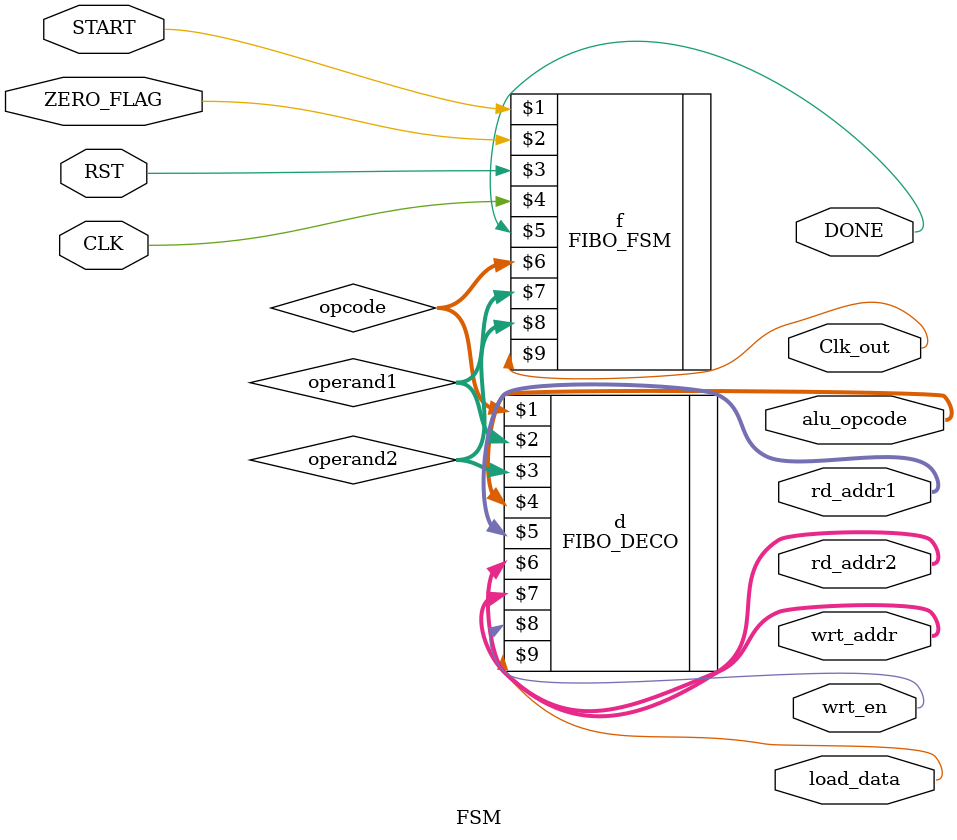
<source format=v>
module FSM(START,ZERO_FLAG,RST,CLK,DONE,Clk_out,alu_opcode,rd_addr1,rd_addr2,wrt_addr,wrt_en,load_data);

(* keep = 1 *) input START,ZERO_FLAG,RST,CLK;

(* keep = 1 *) output DONE,Clk_out;

(* keep = 1 *) output [2:0]alu_opcode;
(* keep = 1 *) output [1:0] rd_addr1,rd_addr2,wrt_addr;
(* keep = 1 *) output wrt_en,load_data;

(* keep = 1 *) wire [2:0]opcode;
(* keep = 1 *) wire [1:0]operand1,operand2;


FIBO_FSM f(START,ZERO_FLAG,RST,CLK,DONE,opcode,operand1,operand2,Clk_out);

FIBO_DECO d(opcode,operand1,operand2,alu_opcode,rd_addr1,rd_addr2,wrt_addr,wrt_en,load_data);

endmodule
</source>
